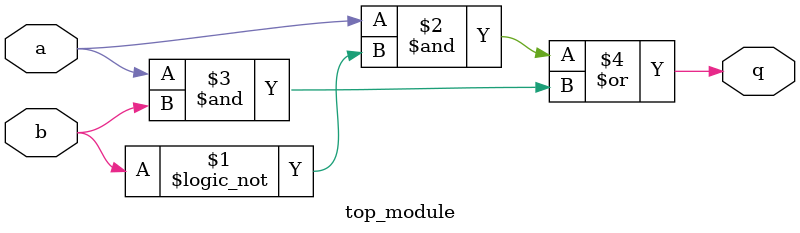
<source format=sv>
module top_module (
	input a, 
	input b, 
	output q
);

	// Assign output q based on input a and b
	assign q = (a & !b) | (a & b);

endmodule

</source>
